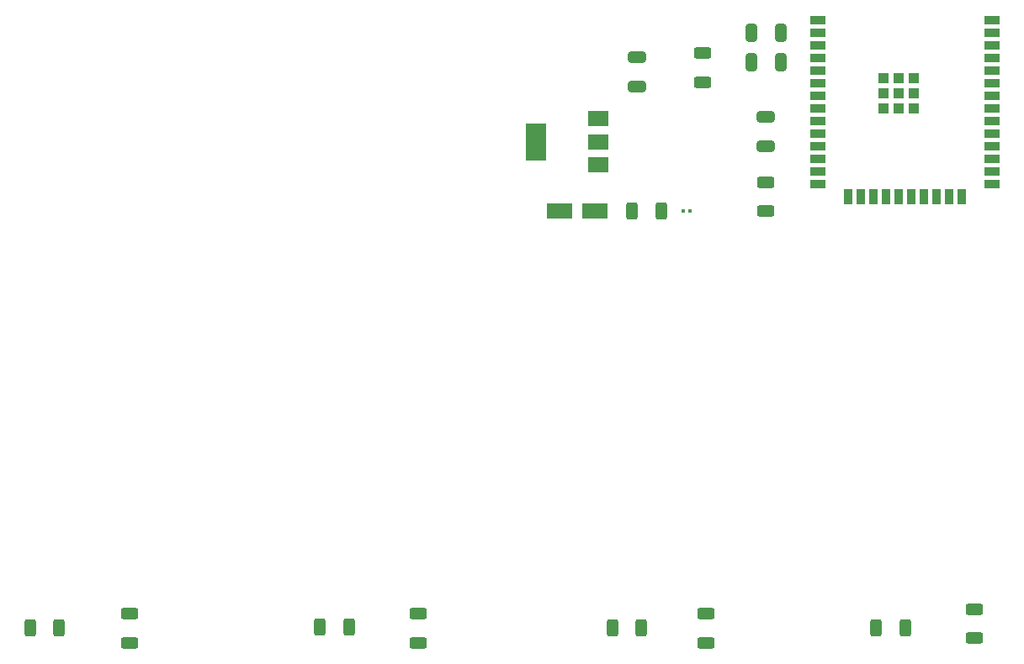
<source format=gbr>
%TF.GenerationSoftware,KiCad,Pcbnew,(6.0.10-0)*%
%TF.CreationDate,2023-07-20T21:22:02-04:00*%
%TF.ProjectId,Buzzers v2,42757a7a-6572-4732-9076-322e6b696361,rev?*%
%TF.SameCoordinates,Original*%
%TF.FileFunction,Paste,Top*%
%TF.FilePolarity,Positive*%
%FSLAX46Y46*%
G04 Gerber Fmt 4.6, Leading zero omitted, Abs format (unit mm)*
G04 Created by KiCad (PCBNEW (6.0.10-0)) date 2023-07-20 21:22:02*
%MOMM*%
%LPD*%
G01*
G04 APERTURE LIST*
G04 Aperture macros list*
%AMRoundRect*
0 Rectangle with rounded corners*
0 $1 Rounding radius*
0 $2 $3 $4 $5 $6 $7 $8 $9 X,Y pos of 4 corners*
0 Add a 4 corners polygon primitive as box body*
4,1,4,$2,$3,$4,$5,$6,$7,$8,$9,$2,$3,0*
0 Add four circle primitives for the rounded corners*
1,1,$1+$1,$2,$3*
1,1,$1+$1,$4,$5*
1,1,$1+$1,$6,$7*
1,1,$1+$1,$8,$9*
0 Add four rect primitives between the rounded corners*
20,1,$1+$1,$2,$3,$4,$5,0*
20,1,$1+$1,$4,$5,$6,$7,0*
20,1,$1+$1,$6,$7,$8,$9,0*
20,1,$1+$1,$8,$9,$2,$3,0*%
G04 Aperture macros list end*
%ADD10RoundRect,0.250000X0.625000X-0.312500X0.625000X0.312500X-0.625000X0.312500X-0.625000X-0.312500X0*%
%ADD11RoundRect,0.250000X-0.312500X-0.625000X0.312500X-0.625000X0.312500X0.625000X-0.312500X0.625000X0*%
%ADD12RoundRect,0.250000X0.312500X0.625000X-0.312500X0.625000X-0.312500X-0.625000X0.312500X-0.625000X0*%
%ADD13RoundRect,0.250000X-0.325000X-0.650000X0.325000X-0.650000X0.325000X0.650000X-0.325000X0.650000X0*%
%ADD14RoundRect,0.079500X0.079500X0.100500X-0.079500X0.100500X-0.079500X-0.100500X0.079500X-0.100500X0*%
%ADD15R,1.500000X0.900000*%
%ADD16R,0.900000X1.500000*%
%ADD17R,1.050000X1.050000*%
%ADD18RoundRect,0.250000X1.050000X0.550000X-1.050000X0.550000X-1.050000X-0.550000X1.050000X-0.550000X0*%
%ADD19RoundRect,0.250000X0.650000X-0.325000X0.650000X0.325000X-0.650000X0.325000X-0.650000X-0.325000X0*%
%ADD20R,2.000000X1.500000*%
%ADD21R,2.000000X3.800000*%
G04 APERTURE END LIST*
D10*
%TO.C,R9*%
X118000000Y-111462500D03*
X118000000Y-108537500D03*
%TD*%
D11*
%TO.C,R4*%
X137537500Y-110000000D03*
X140462500Y-110000000D03*
%TD*%
D12*
%TO.C,R1*%
X142462500Y-68000000D03*
X139537500Y-68000000D03*
%TD*%
D11*
%TO.C,R2*%
X78950000Y-110000000D03*
X81875000Y-110000000D03*
%TD*%
D10*
%TO.C,R6*%
X146600000Y-55000000D03*
X146600000Y-52075000D03*
%TD*%
D11*
%TO.C,R5*%
X164075000Y-110000000D03*
X167000000Y-110000000D03*
%TD*%
D10*
%TO.C,R11*%
X153000000Y-68000000D03*
X153000000Y-65075000D03*
%TD*%
D13*
%TO.C,C3*%
X151525000Y-53000000D03*
X154475000Y-53000000D03*
%TD*%
D14*
%TO.C,D1*%
X144655000Y-68000000D03*
X145345000Y-68000000D03*
%TD*%
D15*
%TO.C,U2*%
X158250000Y-48750000D03*
X158250000Y-50020000D03*
X158250000Y-51290000D03*
X158250000Y-52560000D03*
X158250000Y-53830000D03*
X158250000Y-55100000D03*
X158250000Y-56370000D03*
X158250000Y-57640000D03*
X158250000Y-58910000D03*
X158250000Y-60180000D03*
X158250000Y-61450000D03*
X158250000Y-62720000D03*
X158250000Y-63990000D03*
X158250000Y-65260000D03*
D16*
X161290000Y-66510000D03*
X162560000Y-66510000D03*
X163830000Y-66510000D03*
X165100000Y-66510000D03*
X166370000Y-66510000D03*
X167640000Y-66510000D03*
X168910000Y-66510000D03*
X170180000Y-66510000D03*
X171450000Y-66510000D03*
X172720000Y-66510000D03*
D15*
X175750000Y-65260000D03*
X175750000Y-63990000D03*
X175750000Y-62720000D03*
X175750000Y-61450000D03*
X175750000Y-60180000D03*
X175750000Y-58910000D03*
X175750000Y-57640000D03*
X175750000Y-56370000D03*
X175750000Y-55100000D03*
X175750000Y-53830000D03*
X175750000Y-52560000D03*
X175750000Y-51290000D03*
X175750000Y-50020000D03*
X175750000Y-48750000D03*
D17*
X164795000Y-57615000D03*
X164795000Y-56090000D03*
X166320000Y-54565000D03*
X166320000Y-56090000D03*
X164795000Y-54565000D03*
X167845000Y-56090000D03*
X166320000Y-57615000D03*
X167845000Y-57615000D03*
X167845000Y-54565000D03*
%TD*%
D18*
%TO.C,C2*%
X135800000Y-68000000D03*
X132200000Y-68000000D03*
%TD*%
D10*
%TO.C,R8*%
X147000000Y-111462500D03*
X147000000Y-108537500D03*
%TD*%
%TO.C,R7*%
X174000000Y-111000000D03*
X174000000Y-108075000D03*
%TD*%
D19*
%TO.C,C5*%
X153000000Y-61475000D03*
X153000000Y-58525000D03*
%TD*%
D10*
%TO.C,R10*%
X89000000Y-111462500D03*
X89000000Y-108537500D03*
%TD*%
D11*
%TO.C,R3*%
X108125000Y-109910000D03*
X111050000Y-109910000D03*
%TD*%
D20*
%TO.C,U1*%
X136150000Y-63300000D03*
D21*
X129850000Y-61000000D03*
D20*
X136150000Y-61000000D03*
X136150000Y-58700000D03*
%TD*%
D13*
%TO.C,C4*%
X151525000Y-50000000D03*
X154475000Y-50000000D03*
%TD*%
D19*
%TO.C,C1*%
X140000000Y-55475000D03*
X140000000Y-52525000D03*
%TD*%
M02*

</source>
